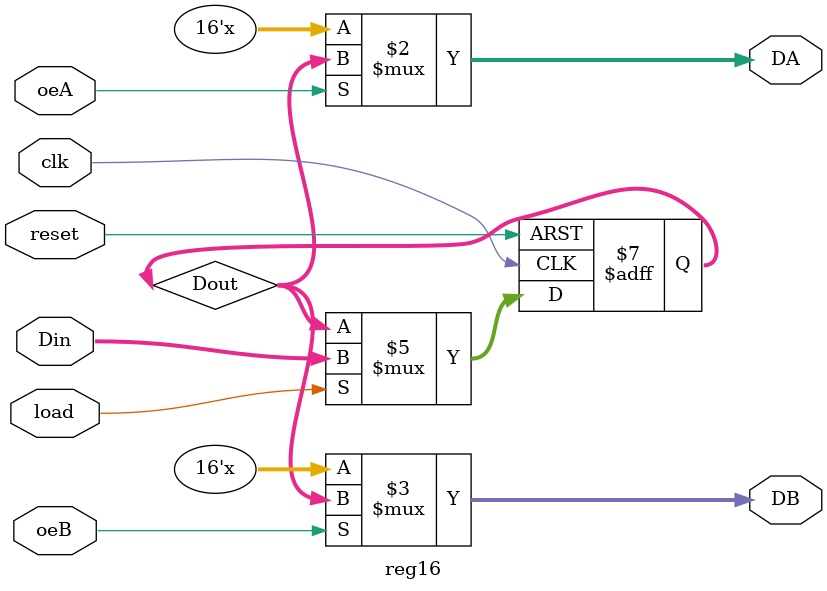
<source format=v>
`timescale 1ns / 1ps
module reg16(clk, reset, load, oeA, oeB, Din, DA, DB);

   input        clk, reset;     // On-board clock, and reset signal(btnU)
   input              load;     // Load 
   input          oeA, oeB;     // Output Enable A and B
   input    [15:0]     Din;     // Data Input
   
   output   [15:0]  DA, DB;     // Data output A and B
   
   reg      [15:0]    Dout;     // Temporary register to hold output value
   
   // behaviral section for writing to the register
   always @ (posedge clk or posedge reset)
      if(reset)
         Dout <= 16'b0;         // reset output to zero
      else
         if(load)               // load new output
            Dout <= Din;
         else                   // output is not changed.
            Dout <= Dout;
            
   // conditional continuous assignments for reading the register
   // Tri-state output where return High impedance while the Output Enable is not on.
   // This will make the register reponse faster when the enable is on.
   assign DA = oeA ? Dout : 16'hz;
   assign DB = oeB ? Dout : 16'hz;
   
endmodule

</source>
